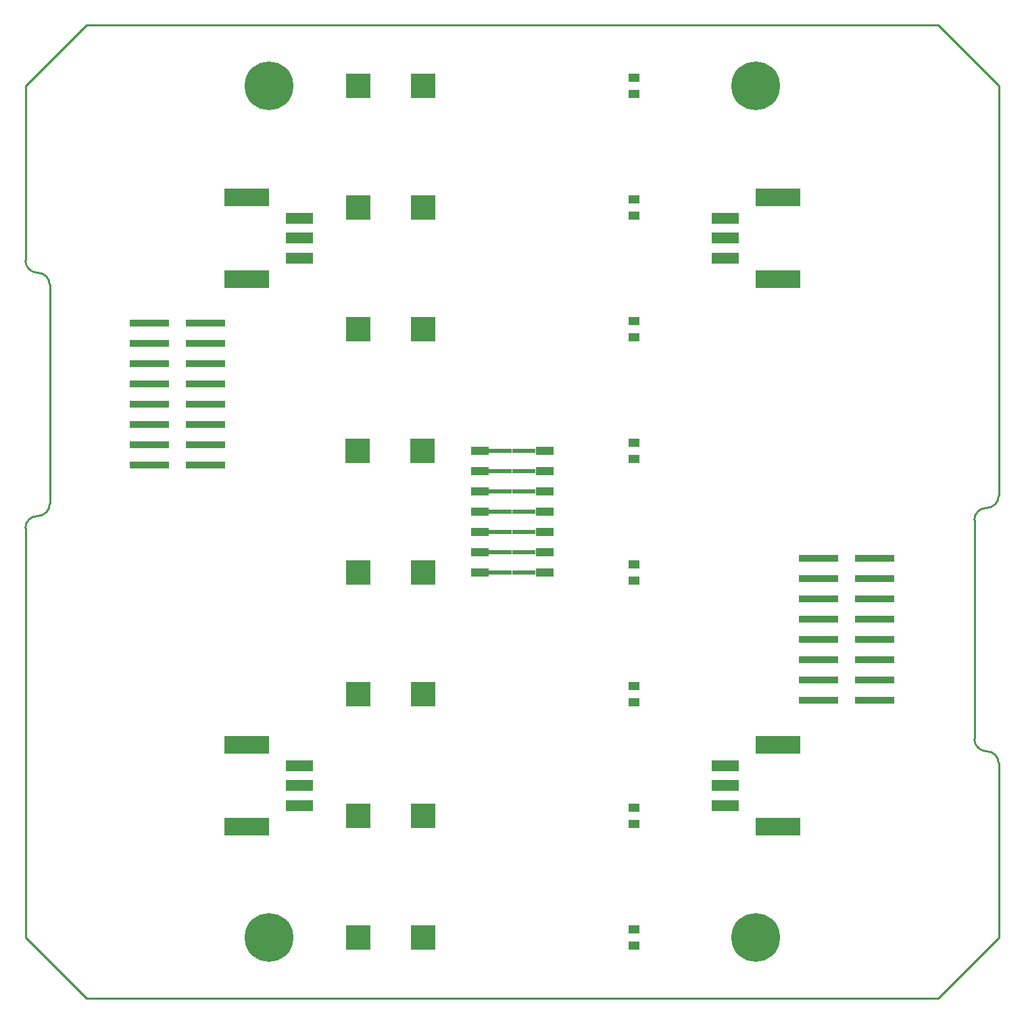
<source format=gbp>
G04 #@! TF.FileFunction,Paste,Bot*
%FSLAX46Y46*%
G04 Gerber Fmt 4.6, Leading zero omitted, Abs format (unit mm)*
G04 Created by KiCad (PCBNEW 0.201504141001+5596~22~ubuntu14.10.1-product) date Friday 17 April 2015 10:18:20 PM IST*
%MOMM*%
G01*
G04 APERTURE LIST*
%ADD10C,0.152400*%
%ADD11C,0.254000*%
%ADD12R,5.000000X0.900000*%
%ADD13R,2.200000X1.016000*%
%ADD14R,3.000000X0.500000*%
%ADD15R,3.048000X3.048000*%
%ADD16R,3.400000X1.400000*%
%ADD17R,5.600000X2.300000*%
%ADD18R,1.422400X1.066800*%
%ADD19C,6.096000*%
G04 APERTURE END LIST*
D10*
D11*
X147320000Y-33020000D02*
X139700000Y-25400000D01*
X147320000Y-139700000D02*
X139700000Y-147320000D01*
X25400000Y-139700000D02*
X33020000Y-147320000D01*
X33020000Y-25400000D02*
X25400000Y-33020000D01*
X147320000Y-117856000D02*
G75*
G03X145796000Y-116332000I-1524000J0D01*
G01*
X144272000Y-114808000D02*
G75*
G03X145796000Y-116332000I1524000J0D01*
G01*
X145796000Y-85852000D02*
G75*
G03X144272000Y-87376000I0J-1524000D01*
G01*
X145796000Y-85852000D02*
G75*
G03X147320000Y-84328000I0J1524000D01*
G01*
X25400000Y-54864000D02*
G75*
G03X26924000Y-56388000I1524000J0D01*
G01*
X28448000Y-57912000D02*
G75*
G03X26924000Y-56388000I-1524000J0D01*
G01*
X26924000Y-86868000D02*
G75*
G03X25400000Y-88392000I0J-1524000D01*
G01*
X26924000Y-86868000D02*
G75*
G03X28448000Y-85344000I0J1524000D01*
G01*
X147320000Y-84328000D02*
X147320000Y-33020000D01*
X147320000Y-117856000D02*
X147320000Y-139700000D01*
X25400000Y-88392000D02*
X25400000Y-139700000D01*
X25400000Y-54864000D02*
X25400000Y-33020000D01*
X144272000Y-101092000D02*
X144272000Y-114808000D01*
X144272000Y-101092000D02*
X144272000Y-87376000D01*
X28448000Y-71628000D02*
X28448000Y-85344000D01*
X28448000Y-71628000D02*
X28448000Y-57912000D01*
X139700000Y-147320000D02*
X33020000Y-147320000D01*
X33020000Y-25400000D02*
X139700000Y-25400000D01*
D12*
X124770000Y-92202000D03*
X131770000Y-92202000D03*
X131770000Y-94742000D03*
X124770000Y-94742000D03*
X131770000Y-97282000D03*
X124770000Y-97282000D03*
X131770000Y-99822000D03*
X124770000Y-99822000D03*
X131770000Y-102362000D03*
X124770000Y-102362000D03*
X131770000Y-104902000D03*
X124770000Y-104902000D03*
X131770000Y-107442000D03*
X124770000Y-107442000D03*
X131770000Y-109982000D03*
X124770000Y-109982000D03*
X40950000Y-62738000D03*
X47950000Y-62738000D03*
X47950000Y-65278000D03*
X40950000Y-65278000D03*
X47950000Y-67818000D03*
X40950000Y-67818000D03*
X47950000Y-70358000D03*
X40950000Y-70358000D03*
X47950000Y-72898000D03*
X40950000Y-72898000D03*
X47950000Y-75438000D03*
X40950000Y-75438000D03*
X47950000Y-77978000D03*
X40950000Y-77978000D03*
X47950000Y-80518000D03*
X40950000Y-80518000D03*
D13*
X90424000Y-78740000D03*
X82296000Y-78740000D03*
D14*
X84860000Y-78740000D03*
X87860000Y-78740000D03*
D13*
X90424000Y-81280000D03*
X82296000Y-81280000D03*
D14*
X84860000Y-81280000D03*
X87860000Y-81280000D03*
D13*
X90424000Y-83820000D03*
X82296000Y-83820000D03*
D14*
X84860000Y-83820000D03*
X87860000Y-83820000D03*
D13*
X90424000Y-86360000D03*
X82296000Y-86360000D03*
D14*
X84860000Y-86360000D03*
X87860000Y-86360000D03*
D13*
X90424000Y-88900000D03*
X82296000Y-88900000D03*
D14*
X84860000Y-88900000D03*
X87860000Y-88900000D03*
D13*
X90424000Y-91440000D03*
X82296000Y-91440000D03*
D14*
X84860000Y-91440000D03*
X87860000Y-91440000D03*
D13*
X90424000Y-93980000D03*
X82296000Y-93980000D03*
D14*
X84860000Y-93980000D03*
X87860000Y-93980000D03*
D15*
X75184000Y-139700000D03*
X67056000Y-139700000D03*
X75184000Y-124460000D03*
X67056000Y-124460000D03*
X75184000Y-109220000D03*
X67056000Y-109220000D03*
X75184000Y-93980000D03*
X67056000Y-93980000D03*
X75171300Y-78740000D03*
X67043300Y-78740000D03*
X75184000Y-63500000D03*
X67056000Y-63500000D03*
X75184000Y-48260000D03*
X67056000Y-48260000D03*
X75184000Y-33020000D03*
X67056000Y-33020000D03*
D16*
X59690000Y-52070000D03*
X59690000Y-54570000D03*
D17*
X53090000Y-57170000D03*
X53090000Y-46970000D03*
D16*
X59690000Y-49570000D03*
X113030000Y-52070000D03*
X113030000Y-49570000D03*
D17*
X119630000Y-46970000D03*
X119630000Y-57170000D03*
D16*
X113030000Y-54570000D03*
X59690000Y-120650000D03*
X59690000Y-123150000D03*
D17*
X53090000Y-125750000D03*
X53090000Y-115550000D03*
D16*
X59690000Y-118150000D03*
X113030000Y-120650000D03*
X113030000Y-118150000D03*
D17*
X119630000Y-115550000D03*
X119630000Y-125750000D03*
D16*
X113030000Y-123150000D03*
D18*
X101600000Y-32004000D03*
X101600000Y-34036000D03*
X101600000Y-47244000D03*
X101600000Y-49276000D03*
X101600000Y-62484000D03*
X101600000Y-64516000D03*
X101600000Y-77724000D03*
X101600000Y-79756000D03*
X101600000Y-92964000D03*
X101600000Y-94996000D03*
X101600000Y-108204000D03*
X101600000Y-110236000D03*
X101600000Y-123444000D03*
X101600000Y-125476000D03*
X101600000Y-138684000D03*
X101600000Y-140716000D03*
D19*
X55880000Y-139700000D03*
X116840000Y-139700000D03*
X55880000Y-33020000D03*
X116840000Y-33020000D03*
M02*

</source>
